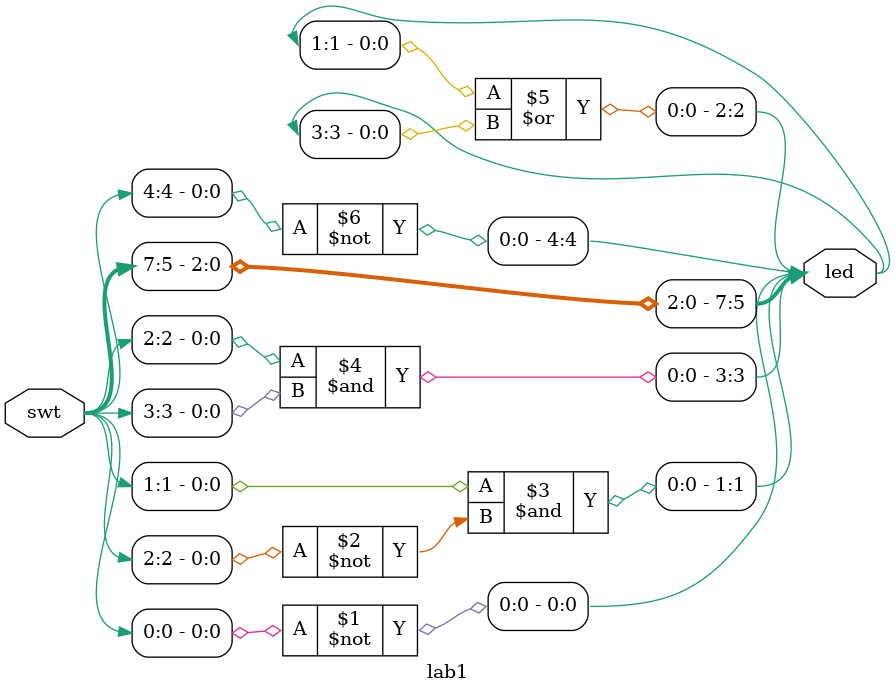
<source format=v>
`timescale 1ns / 1ps


module lab1(
    input [7:0] swt,
     output [7:0] led
    );
    
    assign led[0] = ~swt[0];
    assign led[1] = swt[1] & ~swt[2];
    assign led[3] = swt[2] & swt[3];
    assign led[2] = led[1] | led[3];
    assign led[4] = ~swt[4];    
    assign led[7:5] = swt[7:5];
    
endmodule

</source>
